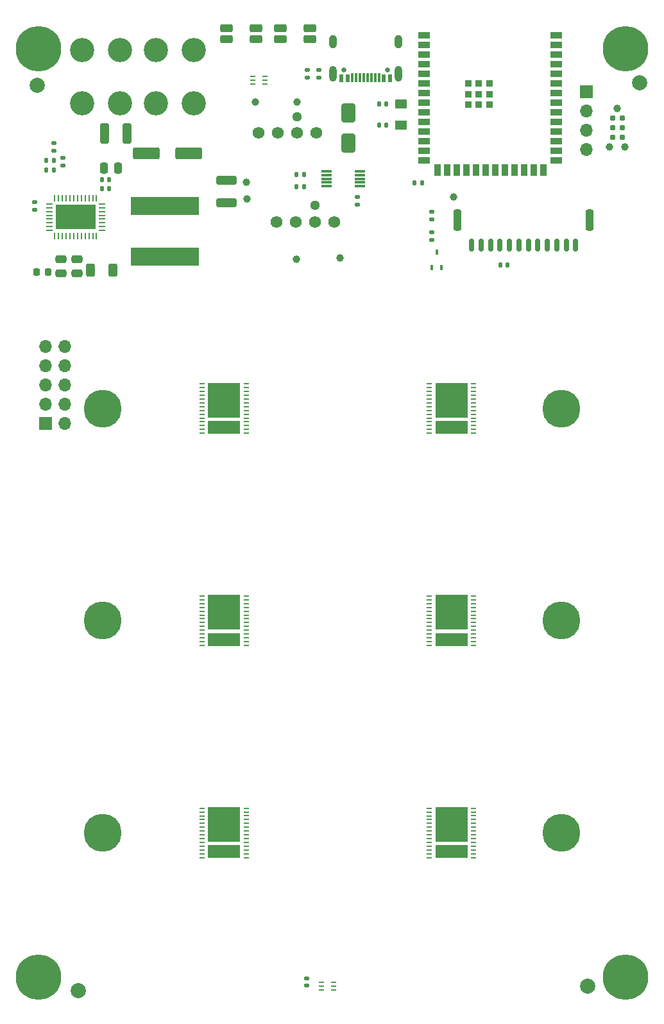
<source format=gbr>
%TF.GenerationSoftware,KiCad,Pcbnew,7.0.7*%
%TF.CreationDate,2024-01-07T23:33:20-07:00*%
%TF.ProjectId,bitaxeHex,62697461-7865-4486-9578-2e6b69636164,302*%
%TF.SameCoordinates,Original*%
%TF.FileFunction,Soldermask,Top*%
%TF.FilePolarity,Negative*%
%FSLAX46Y46*%
G04 Gerber Fmt 4.6, Leading zero omitted, Abs format (unit mm)*
G04 Created by KiCad (PCBNEW 7.0.7) date 2024-01-07 23:33:20*
%MOMM*%
%LPD*%
G01*
G04 APERTURE LIST*
G04 Aperture macros list*
%AMRoundRect*
0 Rectangle with rounded corners*
0 $1 Rounding radius*
0 $2 $3 $4 $5 $6 $7 $8 $9 X,Y pos of 4 corners*
0 Add a 4 corners polygon primitive as box body*
4,1,4,$2,$3,$4,$5,$6,$7,$8,$9,$2,$3,0*
0 Add four circle primitives for the rounded corners*
1,1,$1+$1,$2,$3*
1,1,$1+$1,$4,$5*
1,1,$1+$1,$6,$7*
1,1,$1+$1,$8,$9*
0 Add four rect primitives between the rounded corners*
20,1,$1+$1,$2,$3,$4,$5,0*
20,1,$1+$1,$4,$5,$6,$7,0*
20,1,$1+$1,$6,$7,$8,$9,0*
20,1,$1+$1,$8,$9,$2,$3,0*%
G04 Aperture macros list end*
%ADD10R,0.792000X0.221000*%
%ADD11R,4.277000X1.810000*%
%ADD12R,4.277000X4.530000*%
%ADD13C,0.990600*%
%ADD14C,0.787400*%
%ADD15C,1.000000*%
%ADD16RoundRect,0.135000X0.185000X-0.135000X0.185000X0.135000X-0.185000X0.135000X-0.185000X-0.135000X0*%
%ADD17C,3.200000*%
%ADD18C,0.800000*%
%ADD19C,6.000000*%
%ADD20R,1.600200X1.168400*%
%ADD21RoundRect,0.140000X-0.140000X-0.170000X0.140000X-0.170000X0.140000X0.170000X-0.140000X0.170000X0*%
%ADD22C,1.295400*%
%ADD23C,1.574800*%
%ADD24RoundRect,0.250000X-0.475000X0.250000X-0.475000X-0.250000X0.475000X-0.250000X0.475000X0.250000X0*%
%ADD25RoundRect,0.135000X0.135000X0.185000X-0.135000X0.185000X-0.135000X-0.185000X0.135000X-0.185000X0*%
%ADD26RoundRect,0.262500X-0.562500X-0.262500X0.562500X-0.262500X0.562500X0.262500X-0.562500X0.262500X0*%
%ADD27C,2.000000*%
%ADD28R,0.450000X0.700000*%
%ADD29R,9.000000X2.380000*%
%ADD30RoundRect,0.140000X0.140000X0.170000X-0.140000X0.170000X-0.140000X-0.170000X0.140000X-0.170000X0*%
%ADD31RoundRect,0.225000X-0.225000X-0.250000X0.225000X-0.250000X0.225000X0.250000X-0.225000X0.250000X0*%
%ADD32RoundRect,0.250000X-1.500000X-0.550000X1.500000X-0.550000X1.500000X0.550000X-1.500000X0.550000X0*%
%ADD33RoundRect,0.135000X-0.185000X0.135000X-0.185000X-0.135000X0.185000X-0.135000X0.185000X0.135000X0*%
%ADD34RoundRect,0.140000X0.170000X-0.140000X0.170000X0.140000X-0.170000X0.140000X-0.170000X-0.140000X0*%
%ADD35C,5.000000*%
%ADD36RoundRect,0.250000X1.100000X-0.325000X1.100000X0.325000X-1.100000X0.325000X-1.100000X-0.325000X0*%
%ADD37R,1.400000X0.300000*%
%ADD38RoundRect,0.062500X0.062500X-0.337500X0.062500X0.337500X-0.062500X0.337500X-0.062500X-0.337500X0*%
%ADD39RoundRect,0.062500X0.337500X-0.062500X0.337500X0.062500X-0.337500X0.062500X-0.337500X-0.062500X0*%
%ADD40C,0.400000*%
%ADD41R,5.300000X3.300000*%
%ADD42R,0.711200X0.228600*%
%ADD43R,1.700000X1.700000*%
%ADD44O,1.700000X1.700000*%
%ADD45R,1.500000X0.900000*%
%ADD46R,0.900000X1.500000*%
%ADD47R,0.900000X0.900000*%
%ADD48RoundRect,0.150000X-0.150000X-0.700000X0.150000X-0.700000X0.150000X0.700000X-0.150000X0.700000X0*%
%ADD49RoundRect,0.250000X-0.250000X-1.150000X0.250000X-1.150000X0.250000X1.150000X-0.250000X1.150000X0*%
%ADD50RoundRect,0.250000X-0.325000X-1.100000X0.325000X-1.100000X0.325000X1.100000X-0.325000X1.100000X0*%
%ADD51RoundRect,0.140000X-0.170000X0.140000X-0.170000X-0.140000X0.170000X-0.140000X0.170000X0.140000X0*%
%ADD52C,0.650000*%
%ADD53R,0.600000X1.060000*%
%ADD54R,0.300000X1.150000*%
%ADD55O,1.000000X2.100000*%
%ADD56O,1.000000X1.800000*%
%ADD57RoundRect,0.135000X-0.135000X-0.185000X0.135000X-0.185000X0.135000X0.185000X-0.135000X0.185000X0*%
%ADD58RoundRect,0.250000X-0.312500X-0.625000X0.312500X-0.625000X0.312500X0.625000X-0.312500X0.625000X0*%
%ADD59RoundRect,0.250000X-0.250000X-0.475000X0.250000X-0.475000X0.250000X0.475000X-0.250000X0.475000X0*%
%ADD60RoundRect,0.250000X0.650000X-1.000000X0.650000X1.000000X-0.650000X1.000000X-0.650000X-1.000000X0*%
G04 APERTURE END LIST*
D10*
%TO.C,U18*%
X110916000Y-128263000D03*
X110916000Y-127761000D03*
X110916000Y-127259000D03*
X110916000Y-126757000D03*
X110916000Y-126255000D03*
X110916000Y-125753000D03*
X110916000Y-125251000D03*
X110916000Y-124749000D03*
X110916000Y-124247000D03*
X110916000Y-123745000D03*
X110916000Y-123243000D03*
X110916000Y-122741000D03*
X110916000Y-122239000D03*
X110916000Y-121737000D03*
X105084000Y-121750000D03*
X105084000Y-122250000D03*
X105084000Y-122750000D03*
X105084000Y-123250000D03*
X105084000Y-123750000D03*
X105084000Y-124247000D03*
X105084000Y-124750000D03*
X105084000Y-125251000D03*
X105084000Y-125753000D03*
X105084000Y-126255000D03*
X105084000Y-126757000D03*
X105084000Y-127250000D03*
X105084000Y-127761000D03*
X105084000Y-128250000D03*
D11*
X108000000Y-127468000D03*
D12*
X108000000Y-123892000D03*
%TD*%
D13*
%TO.C,J6*%
X129900000Y-57360000D03*
X130916000Y-62440000D03*
X128884000Y-62440000D03*
D14*
X129265000Y-58630000D03*
X130535000Y-58630000D03*
X129265000Y-59900000D03*
X130535000Y-59900000D03*
X129265000Y-61170000D03*
X130535000Y-61170000D03*
%TD*%
D10*
%TO.C,U20*%
X80916000Y-128263000D03*
X80916000Y-127761000D03*
X80916000Y-127259000D03*
X80916000Y-126757000D03*
X80916000Y-126255000D03*
X80916000Y-125753000D03*
X80916000Y-125251000D03*
X80916000Y-124749000D03*
X80916000Y-124247000D03*
X80916000Y-123745000D03*
X80916000Y-123243000D03*
X80916000Y-122741000D03*
X80916000Y-122239000D03*
X80916000Y-121737000D03*
X75084000Y-121750000D03*
X75084000Y-122250000D03*
X75084000Y-122750000D03*
X75084000Y-123250000D03*
X75084000Y-123750000D03*
X75084000Y-124247000D03*
X75084000Y-124750000D03*
X75084000Y-125251000D03*
X75084000Y-125753000D03*
X75084000Y-126255000D03*
X75084000Y-126757000D03*
X75084000Y-127250000D03*
X75084000Y-127761000D03*
X75084000Y-128250000D03*
D11*
X78000000Y-127468000D03*
D12*
X78000000Y-123892000D03*
%TD*%
D15*
%TO.C,TP4*%
X80975000Y-69350000D03*
%TD*%
D16*
%TO.C,R18*%
X89000000Y-53330000D03*
X89000000Y-52310000D03*
%TD*%
D17*
%TO.C,J2*%
X74000000Y-56725000D03*
X74000000Y-49725000D03*
X69000000Y-56725000D03*
X69000000Y-49725000D03*
%TD*%
D18*
%TO.C,H1*%
X51250000Y-49500000D03*
X51909010Y-47909010D03*
X51909010Y-51090990D03*
X53500000Y-47250000D03*
D19*
X53500000Y-49500000D03*
D18*
X53500000Y-51750000D03*
X55090990Y-47909010D03*
X55090990Y-51090990D03*
X55750000Y-49500000D03*
%TD*%
D17*
%TO.C,J1*%
X64275000Y-56725000D03*
X64275000Y-49725000D03*
X59275000Y-56725000D03*
X59275000Y-49725000D03*
%TD*%
D20*
%TO.C,Y1*%
X101300000Y-56777600D03*
X101300000Y-59622400D03*
%TD*%
D21*
%TO.C,C34*%
X114420000Y-78050000D03*
X115380000Y-78050000D03*
%TD*%
D22*
%TO.C,J8*%
X87580000Y-58464999D03*
D23*
X82500000Y-60625000D03*
X85040000Y-60625000D03*
X87580000Y-60625000D03*
X90120000Y-60625000D03*
%TD*%
D24*
%TO.C,C23*%
X56475000Y-77300000D03*
X56475000Y-79200000D03*
%TD*%
D25*
%TO.C,R27*%
X88560000Y-67725000D03*
X87540000Y-67725000D03*
%TD*%
D18*
%TO.C,SW2*%
X78225000Y-46725000D03*
D26*
X78325000Y-46800000D03*
X82175000Y-46800000D03*
D18*
X82275000Y-46725000D03*
D26*
X78325000Y-48250000D03*
X82175000Y-48250000D03*
%TD*%
D18*
%TO.C,H4*%
X128750000Y-172000000D03*
X129409010Y-170409010D03*
X129409010Y-173590990D03*
X131000000Y-169750000D03*
D19*
X131000000Y-172000000D03*
D18*
X131000000Y-174250000D03*
X132590990Y-170409010D03*
X132590990Y-173590990D03*
X133250000Y-172000000D03*
%TD*%
D27*
%TO.C,FID3*%
X53340000Y-54356000D03*
%TD*%
D28*
%TO.C,Q1*%
X105400000Y-78400000D03*
X106700000Y-78400000D03*
X106050000Y-76400000D03*
%TD*%
D29*
%TO.C,L2*%
X70200000Y-76925000D03*
X70200000Y-70275000D03*
%TD*%
D30*
%TO.C,C13*%
X55500000Y-64225000D03*
X54540000Y-64225000D03*
%TD*%
D31*
%TO.C,C5*%
X53225000Y-79000000D03*
X54775000Y-79000000D03*
%TD*%
D30*
%TO.C,C36*%
X99380000Y-56800000D03*
X98420000Y-56800000D03*
%TD*%
D32*
%TO.C,C2*%
X67700000Y-63350000D03*
X73300000Y-63350000D03*
%TD*%
D10*
%TO.C,U25*%
X80916000Y-156263000D03*
X80916000Y-155761000D03*
X80916000Y-155259000D03*
X80916000Y-154757000D03*
X80916000Y-154255000D03*
X80916000Y-153753000D03*
X80916000Y-153251000D03*
X80916000Y-152749000D03*
X80916000Y-152247000D03*
X80916000Y-151745000D03*
X80916000Y-151243000D03*
X80916000Y-150741000D03*
X80916000Y-150239000D03*
X80916000Y-149737000D03*
X75084000Y-149750000D03*
X75084000Y-150250000D03*
X75084000Y-150750000D03*
X75084000Y-151250000D03*
X75084000Y-151750000D03*
X75084000Y-152247000D03*
X75084000Y-152750000D03*
X75084000Y-153251000D03*
X75084000Y-153753000D03*
X75084000Y-154255000D03*
X75084000Y-154757000D03*
X75084000Y-155250000D03*
X75084000Y-155761000D03*
X75084000Y-156250000D03*
D11*
X78000000Y-155468000D03*
D12*
X78000000Y-151892000D03*
%TD*%
D33*
%TO.C,R8*%
X55545000Y-61990000D03*
X55545000Y-63010000D03*
%TD*%
%TO.C,R22*%
X105400000Y-70990000D03*
X105400000Y-72010000D03*
%TD*%
D22*
%TO.C,J9*%
X89990000Y-70214999D03*
D23*
X84910000Y-72375000D03*
X87450000Y-72375000D03*
X89990000Y-72375000D03*
X92530000Y-72375000D03*
%TD*%
D34*
%TO.C,C40*%
X88900000Y-173180000D03*
X88900000Y-172220000D03*
%TD*%
D15*
%TO.C,TP5*%
X80950000Y-67150000D03*
%TD*%
D35*
%TO.C,H8*%
X122500000Y-125000000D03*
%TD*%
D36*
%TO.C,C27*%
X78300000Y-69850000D03*
X78300000Y-66900000D03*
%TD*%
D21*
%TO.C,C1*%
X61845000Y-68000000D03*
X62805000Y-68000000D03*
%TD*%
D10*
%TO.C,U22*%
X110916000Y-156263000D03*
X110916000Y-155761000D03*
X110916000Y-155259000D03*
X110916000Y-154757000D03*
X110916000Y-154255000D03*
X110916000Y-153753000D03*
X110916000Y-153251000D03*
X110916000Y-152749000D03*
X110916000Y-152247000D03*
X110916000Y-151745000D03*
X110916000Y-151243000D03*
X110916000Y-150741000D03*
X110916000Y-150239000D03*
X110916000Y-149737000D03*
X105084000Y-149750000D03*
X105084000Y-150250000D03*
X105084000Y-150750000D03*
X105084000Y-151250000D03*
X105084000Y-151750000D03*
X105084000Y-152247000D03*
X105084000Y-152750000D03*
X105084000Y-153251000D03*
X105084000Y-153753000D03*
X105084000Y-154255000D03*
X105084000Y-154757000D03*
X105084000Y-155250000D03*
X105084000Y-155761000D03*
X105084000Y-156250000D03*
D11*
X108000000Y-155468000D03*
D12*
X108000000Y-151892000D03*
%TD*%
D15*
%TO.C,TP33*%
X87650000Y-56550000D03*
%TD*%
D35*
%TO.C,H7*%
X62000000Y-125000000D03*
%TD*%
D27*
%TO.C,FID1*%
X132842000Y-54050000D03*
%TD*%
D37*
%TO.C,U9*%
X95900000Y-67675000D03*
X95900000Y-67175000D03*
X95900000Y-66675000D03*
X95900000Y-66175000D03*
X95900000Y-65675000D03*
X91500000Y-65675000D03*
X91500000Y-66175000D03*
X91500000Y-66675000D03*
X91500000Y-67175000D03*
X91500000Y-67675000D03*
%TD*%
D30*
%TO.C,C37*%
X99380000Y-59600000D03*
X98420000Y-59600000D03*
%TD*%
D15*
%TO.C,TP32*%
X93325000Y-77150000D03*
%TD*%
D25*
%TO.C,R9*%
X55555000Y-65500000D03*
X54535000Y-65500000D03*
%TD*%
D33*
%TO.C,R23*%
X105400000Y-73740000D03*
X105400000Y-74760000D03*
%TD*%
%TO.C,R13*%
X56725000Y-63890000D03*
X56725000Y-64910000D03*
%TD*%
D38*
%TO.C,U3*%
X55650000Y-74250000D03*
X56150000Y-74250000D03*
X56650000Y-74250000D03*
X57150000Y-74250000D03*
X57650000Y-74250000D03*
X58150000Y-74250000D03*
X58650000Y-74250000D03*
X59150000Y-74250000D03*
X59650000Y-74250000D03*
X60150000Y-74250000D03*
X60650000Y-74250000D03*
X61150000Y-74250000D03*
D39*
X61900000Y-73500000D03*
X61900000Y-73000000D03*
X61900000Y-72500000D03*
X61900000Y-72000000D03*
X61900000Y-71500000D03*
X61900000Y-71000000D03*
X61900000Y-70500000D03*
X61900000Y-70000000D03*
D38*
X61150000Y-69250000D03*
X60650000Y-69250000D03*
X60150000Y-69250000D03*
X59650000Y-69250000D03*
X59150000Y-69250000D03*
X58650000Y-69250000D03*
X58150000Y-69250000D03*
X57650000Y-69250000D03*
X57150000Y-69250000D03*
X56650000Y-69250000D03*
X56150000Y-69250000D03*
X55650000Y-69250000D03*
D39*
X54900000Y-70000000D03*
X54900000Y-70500000D03*
X54900000Y-71000000D03*
X54900000Y-71500000D03*
X54900000Y-72000000D03*
X54900000Y-72500000D03*
X54900000Y-73000000D03*
X54900000Y-73500000D03*
D40*
X57000000Y-73030000D03*
X58400000Y-73030000D03*
X59800000Y-73030000D03*
X56000000Y-71750000D03*
X57000000Y-71750000D03*
X58400000Y-71750000D03*
D41*
X58400000Y-71750000D03*
D40*
X59800000Y-71750000D03*
X60800000Y-71750000D03*
X57000000Y-70470000D03*
X58400000Y-70470000D03*
X59800000Y-70470000D03*
%TD*%
D27*
%TO.C,FID7*%
X58725000Y-173825000D03*
%TD*%
D21*
%TO.C,C16*%
X61845000Y-66825000D03*
X62805000Y-66825000D03*
%TD*%
D15*
%TO.C,TP31*%
X87550000Y-77275000D03*
%TD*%
D42*
%TO.C,U7*%
X83375100Y-54149999D03*
X83375100Y-53650000D03*
X83375100Y-53150001D03*
X81774900Y-53150001D03*
X81774900Y-53650000D03*
X81774900Y-54149999D03*
%TD*%
D35*
%TO.C,H10*%
X122500000Y-153000000D03*
%TD*%
D24*
%TO.C,C22*%
X58575000Y-77300000D03*
X58575000Y-79200000D03*
%TD*%
D10*
%TO.C,U13*%
X80916000Y-100263000D03*
X80916000Y-99761000D03*
X80916000Y-99259000D03*
X80916000Y-98757000D03*
X80916000Y-98255000D03*
X80916000Y-97753000D03*
X80916000Y-97251000D03*
X80916000Y-96749000D03*
X80916000Y-96247000D03*
X80916000Y-95745000D03*
X80916000Y-95243000D03*
X80916000Y-94741000D03*
X80916000Y-94239000D03*
X80916000Y-93737000D03*
X75084000Y-93750000D03*
X75084000Y-94250000D03*
X75084000Y-94750000D03*
X75084000Y-95250000D03*
X75084000Y-95750000D03*
X75084000Y-96247000D03*
X75084000Y-96750000D03*
X75084000Y-97251000D03*
X75084000Y-97753000D03*
X75084000Y-98255000D03*
X75084000Y-98757000D03*
X75084000Y-99250000D03*
X75084000Y-99761000D03*
X75084000Y-100250000D03*
D11*
X78000000Y-99468000D03*
D12*
X78000000Y-95892000D03*
%TD*%
D35*
%TO.C,H6*%
X122500000Y-97000000D03*
%TD*%
%TO.C,H5*%
X62000000Y-97000000D03*
%TD*%
D43*
%TO.C,J5*%
X125800000Y-55200000D03*
D44*
X125800000Y-57740000D03*
X125800000Y-60280000D03*
X125800000Y-62820000D03*
%TD*%
D45*
%TO.C,U6*%
X104350000Y-47780000D03*
X104350000Y-49050000D03*
X104350000Y-50320000D03*
X104350000Y-51590000D03*
X104350000Y-52860000D03*
X104350000Y-54130000D03*
X104350000Y-55400000D03*
X104350000Y-56670000D03*
X104350000Y-57940000D03*
X104350000Y-59210000D03*
X104350000Y-60480000D03*
X104350000Y-61750000D03*
X104350000Y-63020000D03*
X104350000Y-64290000D03*
D46*
X106115000Y-65540000D03*
X107385000Y-65540000D03*
X108655000Y-65540000D03*
X109925000Y-65540000D03*
X111195000Y-65540000D03*
X112465000Y-65540000D03*
X113735000Y-65540000D03*
X115005000Y-65540000D03*
X116275000Y-65540000D03*
X117545000Y-65540000D03*
X118815000Y-65540000D03*
X120085000Y-65540000D03*
D45*
X121850000Y-64290000D03*
X121850000Y-63020000D03*
X121850000Y-61750000D03*
X121850000Y-60480000D03*
X121850000Y-59210000D03*
X121850000Y-57940000D03*
X121850000Y-56670000D03*
X121850000Y-55400000D03*
X121850000Y-54130000D03*
X121850000Y-52860000D03*
X121850000Y-51590000D03*
X121850000Y-50320000D03*
X121850000Y-49050000D03*
X121850000Y-47780000D03*
D47*
X110200000Y-54100000D03*
X110200000Y-55500000D03*
X110200000Y-56900000D03*
X111600000Y-54100000D03*
X111600000Y-55500000D03*
X111600000Y-56900000D03*
X113000000Y-54100000D03*
X113000000Y-55500000D03*
X113000000Y-56900000D03*
%TD*%
D48*
%TO.C,J4*%
X110650000Y-75450000D03*
X111900000Y-75450000D03*
X113150000Y-75450000D03*
X114400000Y-75450000D03*
X115650000Y-75450000D03*
X116900000Y-75450000D03*
X118150000Y-75450000D03*
X119400000Y-75450000D03*
X120650000Y-75450000D03*
X121900000Y-75450000D03*
X123150000Y-75450000D03*
X124400000Y-75450000D03*
D49*
X108800000Y-72100000D03*
X126250000Y-72100000D03*
%TD*%
D50*
%TO.C,C10*%
X62225000Y-60675000D03*
X65175000Y-60675000D03*
%TD*%
D27*
%TO.C,FID5*%
X125984000Y-173228000D03*
%TD*%
D51*
%TO.C,C31*%
X90450000Y-52340000D03*
X90450000Y-53300000D03*
%TD*%
D15*
%TO.C,TP11*%
X108300000Y-69075000D03*
%TD*%
D52*
%TO.C,J7*%
X99560000Y-52300000D03*
X93780000Y-52300000D03*
D53*
X99870000Y-53420000D03*
X99070000Y-53420000D03*
D54*
X97920000Y-53375000D03*
X96920000Y-53375000D03*
X96420000Y-53375000D03*
X95420000Y-53375000D03*
D53*
X94270000Y-53420000D03*
X93470000Y-53420000D03*
X93470000Y-53420000D03*
X94270000Y-53420000D03*
D54*
X94920000Y-53375000D03*
X95920000Y-53375000D03*
X97420000Y-53375000D03*
X98420000Y-53375000D03*
D53*
X99070000Y-53420000D03*
X99870000Y-53420000D03*
D55*
X100990000Y-52800000D03*
D56*
X100990000Y-48620000D03*
D55*
X92350000Y-52800000D03*
D56*
X92350000Y-48620000D03*
%TD*%
D15*
%TO.C,TP30*%
X82125000Y-56525000D03*
%TD*%
D57*
%TO.C,R15*%
X103090000Y-67225000D03*
X104110000Y-67225000D03*
%TD*%
D58*
%TO.C,R14*%
X60387500Y-78750000D03*
X63312500Y-78750000D03*
%TD*%
D18*
%TO.C,SW1*%
X85325000Y-46750000D03*
D26*
X85425000Y-46825000D03*
X89275000Y-46825000D03*
D18*
X89375000Y-46750000D03*
D26*
X85425000Y-48275000D03*
X89275000Y-48275000D03*
%TD*%
D18*
%TO.C,H2*%
X128750000Y-49500000D03*
X129409010Y-47909010D03*
X129409010Y-51090990D03*
X131000000Y-47250000D03*
D19*
X131000000Y-49500000D03*
D18*
X131000000Y-51750000D03*
X132590990Y-47909010D03*
X132590990Y-51090990D03*
X133250000Y-49500000D03*
%TD*%
%TO.C,H3*%
X51250000Y-172000000D03*
X51909010Y-170409010D03*
X51909010Y-173590990D03*
X53500000Y-169750000D03*
D19*
X53500000Y-172000000D03*
D18*
X53500000Y-174250000D03*
X55090990Y-170409010D03*
X55090990Y-173590990D03*
X55750000Y-172000000D03*
%TD*%
D51*
%TO.C,C25*%
X53025000Y-69795000D03*
X53025000Y-70755000D03*
%TD*%
D35*
%TO.C,H9*%
X62000000Y-153000000D03*
%TD*%
D51*
%TO.C,C38*%
X95600000Y-69120000D03*
X95600000Y-70080000D03*
%TD*%
D59*
%TO.C,C14*%
X62125000Y-65275000D03*
X64025000Y-65275000D03*
%TD*%
D60*
%TO.C,D1*%
X94425000Y-62000000D03*
X94425000Y-58000000D03*
%TD*%
D42*
%TO.C,U8*%
X92400900Y-173699999D03*
X92400900Y-173200000D03*
X92400900Y-172700001D03*
X90800700Y-172700001D03*
X90800700Y-173200000D03*
X90800700Y-173699999D03*
%TD*%
D25*
%TO.C,R26*%
X88535000Y-66125000D03*
X87515000Y-66125000D03*
%TD*%
D10*
%TO.C,U12*%
X110916000Y-100263000D03*
X110916000Y-99761000D03*
X110916000Y-99259000D03*
X110916000Y-98757000D03*
X110916000Y-98255000D03*
X110916000Y-97753000D03*
X110916000Y-97251000D03*
X110916000Y-96749000D03*
X110916000Y-96247000D03*
X110916000Y-95745000D03*
X110916000Y-95243000D03*
X110916000Y-94741000D03*
X110916000Y-94239000D03*
X110916000Y-93737000D03*
X105084000Y-93750000D03*
X105084000Y-94250000D03*
X105084000Y-94750000D03*
X105084000Y-95250000D03*
X105084000Y-95750000D03*
X105084000Y-96247000D03*
X105084000Y-96750000D03*
X105084000Y-97251000D03*
X105084000Y-97753000D03*
X105084000Y-98255000D03*
X105084000Y-98757000D03*
X105084000Y-99250000D03*
X105084000Y-99761000D03*
X105084000Y-100250000D03*
D11*
X108000000Y-99468000D03*
D12*
X108000000Y-95892000D03*
%TD*%
D43*
%TO.C,J3*%
X54450000Y-98970000D03*
D44*
X56990000Y-98970000D03*
X54450000Y-96430000D03*
X56990000Y-96430000D03*
X54450000Y-93890000D03*
X56990000Y-93890000D03*
X54450000Y-91350000D03*
X56990000Y-91350000D03*
X54450000Y-88810000D03*
X56990000Y-88810000D03*
%TD*%
M02*

</source>
